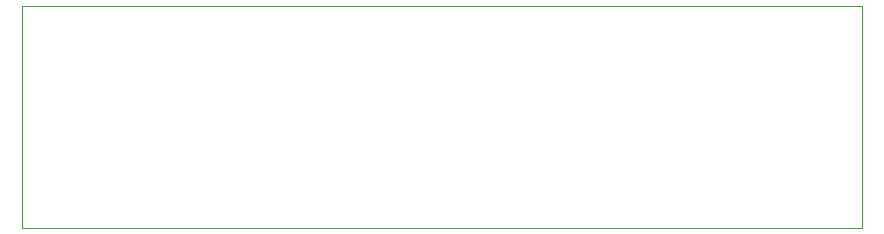
<source format=gbr>
%TF.GenerationSoftware,KiCad,Pcbnew,7.0.10*%
%TF.CreationDate,2024-01-19T08:39:29+01:00*%
%TF.ProjectId,Switch_PCB_ESP01,53776974-6368-45f5-9043-425f45535030,rev?*%
%TF.SameCoordinates,Original*%
%TF.FileFunction,Profile,NP*%
%FSLAX46Y46*%
G04 Gerber Fmt 4.6, Leading zero omitted, Abs format (unit mm)*
G04 Created by KiCad (PCBNEW 7.0.10) date 2024-01-19 08:39:29*
%MOMM*%
%LPD*%
G01*
G04 APERTURE LIST*
%TA.AperFunction,Profile*%
%ADD10C,0.100000*%
%TD*%
G04 APERTURE END LIST*
D10*
X107746800Y-78232000D02*
X178917600Y-78232000D01*
X178917600Y-97028000D01*
X107746800Y-97028000D01*
X107746800Y-78232000D01*
M02*

</source>
